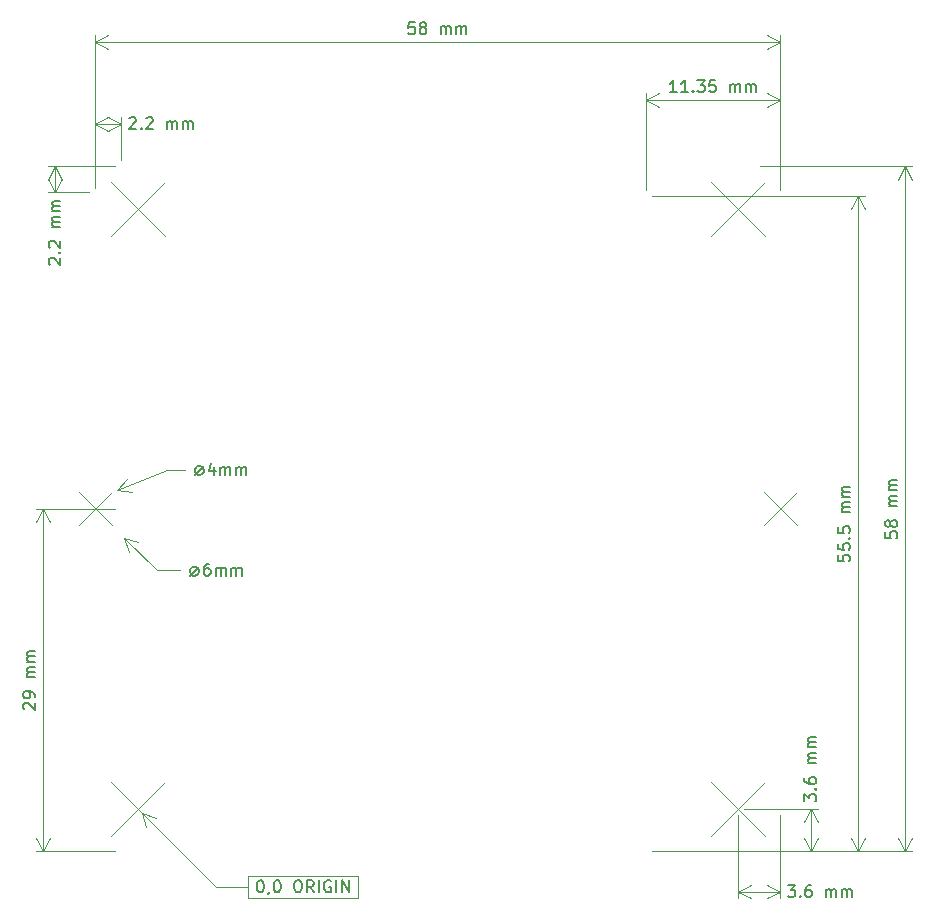
<source format=gbr>
%TF.GenerationSoftware,KiCad,Pcbnew,6.0.4-6f826c9f35~116~ubuntu18.04.1*%
%TF.CreationDate,2022-04-09T00:00:09+02:00*%
%TF.ProjectId,AE01.07.50.100,41453031-2e30-4372-9e35-302e3130302e,V1R0*%
%TF.SameCoordinates,PX9464480PY76a3180*%
%TF.FileFunction,OtherDrawing,Comment*%
%FSLAX46Y46*%
G04 Gerber Fmt 4.6, Leading zero omitted, Abs format (unit mm)*
G04 Created by KiCad (PCBNEW 6.0.4-6f826c9f35~116~ubuntu18.04.1) date 2022-04-09 00:00:09*
%MOMM*%
%LPD*%
G01*
G04 APERTURE LIST*
%ADD10C,0.150000*%
%ADD11C,0.100000*%
G04 APERTURE END LIST*
D10*
X4695238Y20509524D02*
X4885714Y20509524D01*
X5076190Y20414286D01*
X5171428Y20223810D01*
X5171428Y20033334D01*
X5076190Y19842858D01*
X4885714Y19747620D01*
X4695238Y19747620D01*
X4504761Y19842858D01*
X4409523Y20033334D01*
X4409523Y20223810D01*
X4504761Y20414286D01*
X4695238Y20509524D01*
X5171428Y20509524D02*
X4409523Y19747620D01*
X6076190Y20747620D02*
X5885714Y20747620D01*
X5790476Y20700000D01*
X5742857Y20652381D01*
X5647619Y20509524D01*
X5600000Y20319048D01*
X5600000Y19938096D01*
X5647619Y19842858D01*
X5695238Y19795239D01*
X5790476Y19747620D01*
X5980952Y19747620D01*
X6076190Y19795239D01*
X6123809Y19842858D01*
X6171428Y19938096D01*
X6171428Y20176191D01*
X6123809Y20271429D01*
X6076190Y20319048D01*
X5980952Y20366667D01*
X5790476Y20366667D01*
X5695238Y20319048D01*
X5647619Y20271429D01*
X5600000Y20176191D01*
X6600000Y19747620D02*
X6600000Y20414286D01*
X6600000Y20319048D02*
X6647619Y20366667D01*
X6742857Y20414286D01*
X6885714Y20414286D01*
X6980952Y20366667D01*
X7028571Y20271429D01*
X7028571Y19747620D01*
X7028571Y20271429D02*
X7076190Y20366667D01*
X7171428Y20414286D01*
X7314285Y20414286D01*
X7409523Y20366667D01*
X7457142Y20271429D01*
X7457142Y19747620D01*
X7933333Y19747620D02*
X7933333Y20414286D01*
X7933333Y20319048D02*
X7980952Y20366667D01*
X8076190Y20414286D01*
X8219047Y20414286D01*
X8314285Y20366667D01*
X8361904Y20271429D01*
X8361904Y19747620D01*
X8361904Y20271429D02*
X8409523Y20366667D01*
X8504761Y20414286D01*
X8647619Y20414286D01*
X8742857Y20366667D01*
X8790476Y20271429D01*
X8790476Y19747620D01*
D11*
X-1146447Y22946447D02*
X1600000Y20200000D01*
X-1146447Y22946447D02*
X-764551Y21735226D01*
X-1146447Y22946447D02*
X64774Y22564551D01*
X1600000Y20200000D02*
X3596429Y20200000D01*
D10*
X10333333Y-6052380D02*
X10428571Y-6052380D01*
X10523809Y-6100000D01*
X10571428Y-6147619D01*
X10619047Y-6242857D01*
X10666666Y-6433333D01*
X10666666Y-6671428D01*
X10619047Y-6861904D01*
X10571428Y-6957142D01*
X10523809Y-7004761D01*
X10428571Y-7052380D01*
X10333333Y-7052380D01*
X10238095Y-7004761D01*
X10190476Y-6957142D01*
X10142857Y-6861904D01*
X10095238Y-6671428D01*
X10095238Y-6433333D01*
X10142857Y-6242857D01*
X10190476Y-6147619D01*
X10238095Y-6100000D01*
X10333333Y-6052380D01*
X11142857Y-7004761D02*
X11142857Y-7052380D01*
X11095238Y-7147619D01*
X11047619Y-7195238D01*
X11761904Y-6052380D02*
X11857142Y-6052380D01*
X11952380Y-6100000D01*
X12000000Y-6147619D01*
X12047619Y-6242857D01*
X12095238Y-6433333D01*
X12095238Y-6671428D01*
X12047619Y-6861904D01*
X12000000Y-6957142D01*
X11952380Y-7004761D01*
X11857142Y-7052380D01*
X11761904Y-7052380D01*
X11666666Y-7004761D01*
X11619047Y-6957142D01*
X11571428Y-6861904D01*
X11523809Y-6671428D01*
X11523809Y-6433333D01*
X11571428Y-6242857D01*
X11619047Y-6147619D01*
X11666666Y-6100000D01*
X11761904Y-6052380D01*
X13476190Y-6052380D02*
X13666666Y-6052380D01*
X13761904Y-6100000D01*
X13857142Y-6195238D01*
X13904761Y-6385714D01*
X13904761Y-6719047D01*
X13857142Y-6909523D01*
X13761904Y-7004761D01*
X13666666Y-7052380D01*
X13476190Y-7052380D01*
X13380952Y-7004761D01*
X13285714Y-6909523D01*
X13238095Y-6719047D01*
X13238095Y-6385714D01*
X13285714Y-6195238D01*
X13380952Y-6100000D01*
X13476190Y-6052380D01*
X14904761Y-7052380D02*
X14571428Y-6576190D01*
X14333333Y-7052380D02*
X14333333Y-6052380D01*
X14714285Y-6052380D01*
X14809523Y-6100000D01*
X14857142Y-6147619D01*
X14904761Y-6242857D01*
X14904761Y-6385714D01*
X14857142Y-6480952D01*
X14809523Y-6528571D01*
X14714285Y-6576190D01*
X14333333Y-6576190D01*
X15333333Y-7052380D02*
X15333333Y-6052380D01*
X16333333Y-6100000D02*
X16238095Y-6052380D01*
X16095238Y-6052380D01*
X15952380Y-6100000D01*
X15857142Y-6195238D01*
X15809523Y-6290476D01*
X15761904Y-6480952D01*
X15761904Y-6623809D01*
X15809523Y-6814285D01*
X15857142Y-6909523D01*
X15952380Y-7004761D01*
X16095238Y-7052380D01*
X16190476Y-7052380D01*
X16333333Y-7004761D01*
X16380952Y-6957142D01*
X16380952Y-6623809D01*
X16190476Y-6623809D01*
X16809523Y-7052380D02*
X16809523Y-6052380D01*
X17285714Y-7052380D02*
X17285714Y-6052380D01*
X17857142Y-7052380D01*
X17857142Y-6052380D01*
D11*
X353553Y-353553D02*
X6600000Y-6600000D01*
X353553Y-353553D02*
X735449Y-1564774D01*
X353553Y-353553D02*
X1564774Y-735449D01*
X9329762Y-5682500D02*
X9329762Y-7517500D01*
X9329762Y-7517500D02*
X18670238Y-7517500D01*
X18670238Y-7517500D02*
X18670238Y-5682500D01*
X18670238Y-5682500D02*
X9329762Y-5682500D01*
X6600000Y-6600000D02*
X9329762Y-6600000D01*
D10*
X5095238Y29009524D02*
X5285714Y29009524D01*
X5476190Y28914286D01*
X5571428Y28723810D01*
X5571428Y28533334D01*
X5476190Y28342858D01*
X5285714Y28247620D01*
X5095238Y28247620D01*
X4904761Y28342858D01*
X4809523Y28533334D01*
X4809523Y28723810D01*
X4904761Y28914286D01*
X5095238Y29009524D01*
X5571428Y29009524D02*
X4809523Y28247620D01*
X6476190Y28914286D02*
X6476190Y28247620D01*
X6238095Y29295239D02*
X6000000Y28580953D01*
X6619047Y28580953D01*
X7000000Y28247620D02*
X7000000Y28914286D01*
X7000000Y28819048D02*
X7047619Y28866667D01*
X7142857Y28914286D01*
X7285714Y28914286D01*
X7380952Y28866667D01*
X7428571Y28771429D01*
X7428571Y28247620D01*
X7428571Y28771429D02*
X7476190Y28866667D01*
X7571428Y28914286D01*
X7714285Y28914286D01*
X7809523Y28866667D01*
X7857142Y28771429D01*
X7857142Y28247620D01*
X8333333Y28247620D02*
X8333333Y28914286D01*
X8333333Y28819048D02*
X8380952Y28866667D01*
X8476190Y28914286D01*
X8619047Y28914286D01*
X8714285Y28866667D01*
X8761904Y28771429D01*
X8761904Y28247620D01*
X8761904Y28771429D02*
X8809523Y28866667D01*
X8904761Y28914286D01*
X9047619Y28914286D01*
X9142857Y28866667D01*
X9190476Y28771429D01*
X9190476Y28247620D01*
D11*
X-1736445Y26987395D02*
X2500000Y28700000D01*
X-1736445Y26987395D02*
X-472268Y26865920D01*
X-1736445Y26987395D02*
X-911836Y27953273D01*
X2500000Y28700000D02*
X3996429Y28700000D01*
X-5000000Y26800000D02*
X-2200000Y24000000D01*
X-2200000Y26800000D02*
X-5000000Y24000000D01*
X48500000Y53100000D02*
X53100000Y48500000D01*
X53100000Y53100000D02*
X48500000Y48500000D01*
X-2300000Y-2300000D02*
X2300000Y2300000D01*
X-2300000Y2300000D02*
X2300000Y-2300000D01*
X48500000Y-2300000D02*
X53100000Y2300000D01*
X48500000Y2300000D02*
X53100000Y-2300000D01*
X55800000Y26800000D02*
X53000000Y24000000D01*
X55800000Y24000000D02*
X53000000Y26800000D01*
X-2300000Y48500000D02*
X2300000Y53100000D01*
X-2300000Y53100000D02*
X2300000Y48500000D01*
D10*
X23447619Y66597620D02*
X22971428Y66597620D01*
X22923809Y66121429D01*
X22971428Y66169048D01*
X23066666Y66216667D01*
X23304761Y66216667D01*
X23400000Y66169048D01*
X23447619Y66121429D01*
X23495238Y66026191D01*
X23495238Y65788096D01*
X23447619Y65692858D01*
X23400000Y65645239D01*
X23304761Y65597620D01*
X23066666Y65597620D01*
X22971428Y65645239D01*
X22923809Y65692858D01*
X24066666Y66169048D02*
X23971428Y66216667D01*
X23923809Y66264286D01*
X23876190Y66359524D01*
X23876190Y66407143D01*
X23923809Y66502381D01*
X23971428Y66550000D01*
X24066666Y66597620D01*
X24257142Y66597620D01*
X24352380Y66550000D01*
X24400000Y66502381D01*
X24447619Y66407143D01*
X24447619Y66359524D01*
X24400000Y66264286D01*
X24352380Y66216667D01*
X24257142Y66169048D01*
X24066666Y66169048D01*
X23971428Y66121429D01*
X23923809Y66073810D01*
X23876190Y65978572D01*
X23876190Y65788096D01*
X23923809Y65692858D01*
X23971428Y65645239D01*
X24066666Y65597620D01*
X24257142Y65597620D01*
X24352380Y65645239D01*
X24400000Y65692858D01*
X24447619Y65788096D01*
X24447619Y65978572D01*
X24400000Y66073810D01*
X24352380Y66121429D01*
X24257142Y66169048D01*
X25638095Y65597620D02*
X25638095Y66264286D01*
X25638095Y66169048D02*
X25685714Y66216667D01*
X25780952Y66264286D01*
X25923809Y66264286D01*
X26019047Y66216667D01*
X26066666Y66121429D01*
X26066666Y65597620D01*
X26066666Y66121429D02*
X26114285Y66216667D01*
X26209523Y66264286D01*
X26352380Y66264286D01*
X26447619Y66216667D01*
X26495238Y66121429D01*
X26495238Y65597620D01*
X26971428Y65597620D02*
X26971428Y66264286D01*
X26971428Y66169048D02*
X27019047Y66216667D01*
X27114285Y66264286D01*
X27257142Y66264286D01*
X27352380Y66216667D01*
X27400000Y66121429D01*
X27400000Y65597620D01*
X27400000Y66121429D02*
X27447619Y66216667D01*
X27542857Y66264286D01*
X27685714Y66264286D01*
X27780952Y66216667D01*
X27828571Y66121429D01*
X27828571Y65597620D01*
D11*
X54400000Y52600000D02*
X54400000Y65486420D01*
X-3600000Y65486420D02*
X-3600000Y52600000D01*
X54400000Y64900000D02*
X-3600000Y64900000D01*
X54400000Y64900000D02*
X-3600000Y64900000D01*
X54400000Y64900000D02*
X53273496Y65486421D01*
X54400000Y64900000D02*
X53273496Y64313579D01*
X-3600000Y64900000D02*
X-2473496Y64313579D01*
X-3600000Y64900000D02*
X-2473496Y65486421D01*
D10*
X45629761Y60697620D02*
X45058333Y60697620D01*
X45344047Y60697620D02*
X45344047Y61697620D01*
X45248809Y61554762D01*
X45153571Y61459524D01*
X45058333Y61411905D01*
X46582142Y60697620D02*
X46010714Y60697620D01*
X46296428Y60697620D02*
X46296428Y61697620D01*
X46201190Y61554762D01*
X46105952Y61459524D01*
X46010714Y61411905D01*
X47010714Y60792858D02*
X47058333Y60745239D01*
X47010714Y60697620D01*
X46963095Y60745239D01*
X47010714Y60792858D01*
X47010714Y60697620D01*
X47391666Y61697620D02*
X48010714Y61697620D01*
X47677380Y61316667D01*
X47820238Y61316667D01*
X47915476Y61269048D01*
X47963095Y61221429D01*
X48010714Y61126191D01*
X48010714Y60888096D01*
X47963095Y60792858D01*
X47915476Y60745239D01*
X47820238Y60697620D01*
X47534523Y60697620D01*
X47439285Y60745239D01*
X47391666Y60792858D01*
X48915476Y61697620D02*
X48439285Y61697620D01*
X48391666Y61221429D01*
X48439285Y61269048D01*
X48534523Y61316667D01*
X48772619Y61316667D01*
X48867857Y61269048D01*
X48915476Y61221429D01*
X48963095Y61126191D01*
X48963095Y60888096D01*
X48915476Y60792858D01*
X48867857Y60745239D01*
X48772619Y60697620D01*
X48534523Y60697620D01*
X48439285Y60745239D01*
X48391666Y60792858D01*
X50153571Y60697620D02*
X50153571Y61364286D01*
X50153571Y61269048D02*
X50201190Y61316667D01*
X50296428Y61364286D01*
X50439285Y61364286D01*
X50534523Y61316667D01*
X50582142Y61221429D01*
X50582142Y60697620D01*
X50582142Y61221429D02*
X50629761Y61316667D01*
X50725000Y61364286D01*
X50867857Y61364286D01*
X50963095Y61316667D01*
X51010714Y61221429D01*
X51010714Y60697620D01*
X51486904Y60697620D02*
X51486904Y61364286D01*
X51486904Y61269048D02*
X51534523Y61316667D01*
X51629761Y61364286D01*
X51772619Y61364286D01*
X51867857Y61316667D01*
X51915476Y61221429D01*
X51915476Y60697620D01*
X51915476Y61221429D02*
X51963095Y61316667D01*
X52058333Y61364286D01*
X52201190Y61364286D01*
X52296428Y61316667D01*
X52344047Y61221429D01*
X52344047Y60697620D01*
D11*
X43050000Y52400000D02*
X43050000Y60586420D01*
X54400000Y60586420D02*
X54400000Y52400000D01*
X43050000Y60000000D02*
X54400000Y60000000D01*
X43050000Y60000000D02*
X54400000Y60000000D01*
X43050000Y60000000D02*
X44176504Y59413579D01*
X43050000Y60000000D02*
X44176504Y60586421D01*
X54400000Y60000000D02*
X53273496Y60586421D01*
X54400000Y60000000D02*
X53273496Y59413579D01*
D10*
X56452380Y638096D02*
X56452380Y1257143D01*
X56833333Y923810D01*
X56833333Y1066667D01*
X56880952Y1161905D01*
X56928571Y1209524D01*
X57023809Y1257143D01*
X57261904Y1257143D01*
X57357142Y1209524D01*
X57404761Y1161905D01*
X57452380Y1066667D01*
X57452380Y780953D01*
X57404761Y685715D01*
X57357142Y638096D01*
X57357142Y1685715D02*
X57404761Y1733334D01*
X57452380Y1685715D01*
X57404761Y1638096D01*
X57357142Y1685715D01*
X57452380Y1685715D01*
X56452380Y2590477D02*
X56452380Y2400000D01*
X56500000Y2304762D01*
X56547619Y2257143D01*
X56690476Y2161905D01*
X56880952Y2114286D01*
X57261904Y2114286D01*
X57357142Y2161905D01*
X57404761Y2209524D01*
X57452380Y2304762D01*
X57452380Y2495239D01*
X57404761Y2590477D01*
X57357142Y2638096D01*
X57261904Y2685715D01*
X57023809Y2685715D01*
X56928571Y2638096D01*
X56880952Y2590477D01*
X56833333Y2495239D01*
X56833333Y2304762D01*
X56880952Y2209524D01*
X56928571Y2161905D01*
X57023809Y2114286D01*
X57452380Y3876191D02*
X56785714Y3876191D01*
X56880952Y3876191D02*
X56833333Y3923810D01*
X56785714Y4019048D01*
X56785714Y4161905D01*
X56833333Y4257143D01*
X56928571Y4304762D01*
X57452380Y4304762D01*
X56928571Y4304762D02*
X56833333Y4352381D01*
X56785714Y4447620D01*
X56785714Y4590477D01*
X56833333Y4685715D01*
X56928571Y4733334D01*
X57452380Y4733334D01*
X57452380Y5209524D02*
X56785714Y5209524D01*
X56880952Y5209524D02*
X56833333Y5257143D01*
X56785714Y5352381D01*
X56785714Y5495239D01*
X56833333Y5590477D01*
X56928571Y5638096D01*
X57452380Y5638096D01*
X56928571Y5638096D02*
X56833333Y5685715D01*
X56785714Y5780953D01*
X56785714Y5923810D01*
X56833333Y6019048D01*
X56928571Y6066667D01*
X57452380Y6066667D01*
D11*
X51300000Y0D02*
X57586420Y0D01*
X57586420Y-3600000D02*
X51300000Y-3600000D01*
X57000000Y-79762D02*
X57000000Y-3600000D01*
X57000000Y0D02*
X56413579Y-1126504D01*
X57000000Y0D02*
X57586421Y-1126504D01*
X57000000Y-3600000D02*
X57586421Y-2473496D01*
X57000000Y-3600000D02*
X56413579Y-2473496D01*
D10*
X-9602381Y8423810D02*
X-9650000Y8471429D01*
X-9697620Y8566667D01*
X-9697620Y8804762D01*
X-9650000Y8900000D01*
X-9602381Y8947620D01*
X-9507143Y8995239D01*
X-9411905Y8995239D01*
X-9269048Y8947620D01*
X-8697620Y8376191D01*
X-8697620Y8995239D01*
X-8697620Y9471429D02*
X-8697620Y9661905D01*
X-8745239Y9757143D01*
X-8792858Y9804762D01*
X-8935715Y9900000D01*
X-9126191Y9947620D01*
X-9507143Y9947620D01*
X-9602381Y9900000D01*
X-9650000Y9852381D01*
X-9697620Y9757143D01*
X-9697620Y9566667D01*
X-9650000Y9471429D01*
X-9602381Y9423810D01*
X-9507143Y9376191D01*
X-9269048Y9376191D01*
X-9173810Y9423810D01*
X-9126191Y9471429D01*
X-9078572Y9566667D01*
X-9078572Y9757143D01*
X-9126191Y9852381D01*
X-9173810Y9900000D01*
X-9269048Y9947620D01*
X-8697620Y11138096D02*
X-9364286Y11138096D01*
X-9269048Y11138096D02*
X-9316667Y11185715D01*
X-9364286Y11280953D01*
X-9364286Y11423810D01*
X-9316667Y11519048D01*
X-9221429Y11566667D01*
X-8697620Y11566667D01*
X-9221429Y11566667D02*
X-9316667Y11614286D01*
X-9364286Y11709524D01*
X-9364286Y11852381D01*
X-9316667Y11947620D01*
X-9221429Y11995239D01*
X-8697620Y11995239D01*
X-8697620Y12471429D02*
X-9364286Y12471429D01*
X-9269048Y12471429D02*
X-9316667Y12519048D01*
X-9364286Y12614286D01*
X-9364286Y12757143D01*
X-9316667Y12852381D01*
X-9221429Y12900000D01*
X-8697620Y12900000D01*
X-9221429Y12900000D02*
X-9316667Y12947620D01*
X-9364286Y13042858D01*
X-9364286Y13185715D01*
X-9316667Y13280953D01*
X-9221429Y13328572D01*
X-8697620Y13328572D01*
D11*
X-1900000Y-3600000D02*
X-8586420Y-3600000D01*
X-8586420Y25400000D02*
X-1900000Y25400000D01*
X-8000000Y-3600000D02*
X-8000000Y25400000D01*
X-8000000Y-3600000D02*
X-8000000Y25400000D01*
X-8000000Y-3600000D02*
X-7413579Y-2473496D01*
X-8000000Y-3600000D02*
X-8586421Y-2473496D01*
X-8000000Y25400000D02*
X-8586421Y24273496D01*
X-8000000Y25400000D02*
X-7413579Y24273496D01*
D10*
X-7452381Y46085715D02*
X-7500000Y46133334D01*
X-7547620Y46228572D01*
X-7547620Y46466667D01*
X-7500000Y46561905D01*
X-7452381Y46609524D01*
X-7357143Y46657143D01*
X-7261905Y46657143D01*
X-7119048Y46609524D01*
X-6547620Y46038096D01*
X-6547620Y46657143D01*
X-6642858Y47085715D02*
X-6595239Y47133334D01*
X-6547620Y47085715D01*
X-6595239Y47038096D01*
X-6642858Y47085715D01*
X-6547620Y47085715D01*
X-7452381Y47514286D02*
X-7500000Y47561905D01*
X-7547620Y47657143D01*
X-7547620Y47895239D01*
X-7500000Y47990477D01*
X-7452381Y48038096D01*
X-7357143Y48085715D01*
X-7261905Y48085715D01*
X-7119048Y48038096D01*
X-6547620Y47466667D01*
X-6547620Y48085715D01*
X-6547620Y49276191D02*
X-7214286Y49276191D01*
X-7119048Y49276191D02*
X-7166667Y49323810D01*
X-7214286Y49419048D01*
X-7214286Y49561905D01*
X-7166667Y49657143D01*
X-7071429Y49704762D01*
X-6547620Y49704762D01*
X-7071429Y49704762D02*
X-7166667Y49752381D01*
X-7214286Y49847620D01*
X-7214286Y49990477D01*
X-7166667Y50085715D01*
X-7071429Y50133334D01*
X-6547620Y50133334D01*
X-6547620Y50609524D02*
X-7214286Y50609524D01*
X-7119048Y50609524D02*
X-7166667Y50657143D01*
X-7214286Y50752381D01*
X-7214286Y50895239D01*
X-7166667Y50990477D01*
X-7071429Y51038096D01*
X-6547620Y51038096D01*
X-7071429Y51038096D02*
X-7166667Y51085715D01*
X-7214286Y51180953D01*
X-7214286Y51323810D01*
X-7166667Y51419048D01*
X-7071429Y51466667D01*
X-6547620Y51466667D01*
D11*
X-1900000Y54400000D02*
X-7586420Y54400000D01*
X-7586420Y52200000D02*
X-4100000Y52200000D01*
X-7000000Y54400000D02*
X-7000000Y52279762D01*
X-7000000Y54400000D02*
X-7586421Y53273496D01*
X-7000000Y54400000D02*
X-6413579Y53273496D01*
X-7000000Y52200000D02*
X-6413579Y53326504D01*
X-7000000Y52200000D02*
X-7586421Y53326504D01*
D10*
X-714286Y58452381D02*
X-666667Y58500000D01*
X-571429Y58547620D01*
X-333334Y58547620D01*
X-238096Y58500000D01*
X-190477Y58452381D01*
X-142858Y58357143D01*
X-142858Y58261905D01*
X-190477Y58119048D01*
X-761905Y57547620D01*
X-142858Y57547620D01*
X285714Y57642858D02*
X333333Y57595239D01*
X285714Y57547620D01*
X238095Y57595239D01*
X285714Y57642858D01*
X285714Y57547620D01*
X714285Y58452381D02*
X761904Y58500000D01*
X857142Y58547620D01*
X1095238Y58547620D01*
X1190476Y58500000D01*
X1238095Y58452381D01*
X1285714Y58357143D01*
X1285714Y58261905D01*
X1238095Y58119048D01*
X666666Y57547620D01*
X1285714Y57547620D01*
X2476190Y57547620D02*
X2476190Y58214286D01*
X2476190Y58119048D02*
X2523809Y58166667D01*
X2619047Y58214286D01*
X2761904Y58214286D01*
X2857142Y58166667D01*
X2904761Y58071429D01*
X2904761Y57547620D01*
X2904761Y58071429D02*
X2952380Y58166667D01*
X3047619Y58214286D01*
X3190476Y58214286D01*
X3285714Y58166667D01*
X3333333Y58071429D01*
X3333333Y57547620D01*
X3809523Y57547620D02*
X3809523Y58214286D01*
X3809523Y58119048D02*
X3857142Y58166667D01*
X3952380Y58214286D01*
X4095238Y58214286D01*
X4190476Y58166667D01*
X4238095Y58071429D01*
X4238095Y57547620D01*
X4238095Y58071429D02*
X4285714Y58166667D01*
X4380952Y58214286D01*
X4523809Y58214286D01*
X4619047Y58166667D01*
X4666666Y58071429D01*
X4666666Y57547620D01*
D11*
X-3600000Y52700000D02*
X-3600000Y58586420D01*
X-1400000Y58586420D02*
X-1400000Y54900000D01*
X-3600000Y58000000D02*
X-1479762Y58000000D01*
X-3600000Y58000000D02*
X-2473496Y57413579D01*
X-3600000Y58000000D02*
X-2473496Y58586421D01*
X-1400000Y58000000D02*
X-2526504Y58586421D01*
X-1400000Y58000000D02*
X-2526504Y57413579D01*
D10*
X63302380Y23447620D02*
X63302380Y22971429D01*
X63778571Y22923810D01*
X63730952Y22971429D01*
X63683333Y23066667D01*
X63683333Y23304762D01*
X63730952Y23400000D01*
X63778571Y23447620D01*
X63873809Y23495239D01*
X64111904Y23495239D01*
X64207142Y23447620D01*
X64254761Y23400000D01*
X64302380Y23304762D01*
X64302380Y23066667D01*
X64254761Y22971429D01*
X64207142Y22923810D01*
X63730952Y24066667D02*
X63683333Y23971429D01*
X63635714Y23923810D01*
X63540476Y23876191D01*
X63492857Y23876191D01*
X63397619Y23923810D01*
X63350000Y23971429D01*
X63302380Y24066667D01*
X63302380Y24257143D01*
X63350000Y24352381D01*
X63397619Y24400000D01*
X63492857Y24447620D01*
X63540476Y24447620D01*
X63635714Y24400000D01*
X63683333Y24352381D01*
X63730952Y24257143D01*
X63730952Y24066667D01*
X63778571Y23971429D01*
X63826190Y23923810D01*
X63921428Y23876191D01*
X64111904Y23876191D01*
X64207142Y23923810D01*
X64254761Y23971429D01*
X64302380Y24066667D01*
X64302380Y24257143D01*
X64254761Y24352381D01*
X64207142Y24400000D01*
X64111904Y24447620D01*
X63921428Y24447620D01*
X63826190Y24400000D01*
X63778571Y24352381D01*
X63730952Y24257143D01*
X64302380Y25638096D02*
X63635714Y25638096D01*
X63730952Y25638096D02*
X63683333Y25685715D01*
X63635714Y25780953D01*
X63635714Y25923810D01*
X63683333Y26019048D01*
X63778571Y26066667D01*
X64302380Y26066667D01*
X63778571Y26066667D02*
X63683333Y26114286D01*
X63635714Y26209524D01*
X63635714Y26352381D01*
X63683333Y26447620D01*
X63778571Y26495239D01*
X64302380Y26495239D01*
X64302380Y26971429D02*
X63635714Y26971429D01*
X63730952Y26971429D02*
X63683333Y27019048D01*
X63635714Y27114286D01*
X63635714Y27257143D01*
X63683333Y27352381D01*
X63778571Y27400000D01*
X64302380Y27400000D01*
X63778571Y27400000D02*
X63683333Y27447620D01*
X63635714Y27542858D01*
X63635714Y27685715D01*
X63683333Y27780953D01*
X63778571Y27828572D01*
X64302380Y27828572D01*
D11*
X52700000Y-3600000D02*
X65586420Y-3600000D01*
X65586420Y54400000D02*
X52700000Y54400000D01*
X65000000Y-3600000D02*
X65000000Y54400000D01*
X65000000Y-3600000D02*
X65000000Y54400000D01*
X65000000Y-3600000D02*
X65586421Y-2473496D01*
X65000000Y-3600000D02*
X64413579Y-2473496D01*
X65000000Y54400000D02*
X64413579Y53273496D01*
X65000000Y54400000D02*
X65586421Y53273496D01*
D10*
X59302380Y21483334D02*
X59302380Y21007143D01*
X59778571Y20959524D01*
X59730952Y21007143D01*
X59683333Y21102381D01*
X59683333Y21340477D01*
X59730952Y21435715D01*
X59778571Y21483334D01*
X59873809Y21530953D01*
X60111904Y21530953D01*
X60207142Y21483334D01*
X60254761Y21435715D01*
X60302380Y21340477D01*
X60302380Y21102381D01*
X60254761Y21007143D01*
X60207142Y20959524D01*
X59302380Y22435715D02*
X59302380Y21959524D01*
X59778571Y21911905D01*
X59730952Y21959524D01*
X59683333Y22054762D01*
X59683333Y22292858D01*
X59730952Y22388096D01*
X59778571Y22435715D01*
X59873809Y22483334D01*
X60111904Y22483334D01*
X60207142Y22435715D01*
X60254761Y22388096D01*
X60302380Y22292858D01*
X60302380Y22054762D01*
X60254761Y21959524D01*
X60207142Y21911905D01*
X60207142Y22911905D02*
X60254761Y22959524D01*
X60302380Y22911905D01*
X60254761Y22864286D01*
X60207142Y22911905D01*
X60302380Y22911905D01*
X59302380Y23864286D02*
X59302380Y23388096D01*
X59778571Y23340477D01*
X59730952Y23388096D01*
X59683333Y23483334D01*
X59683333Y23721429D01*
X59730952Y23816667D01*
X59778571Y23864286D01*
X59873809Y23911905D01*
X60111904Y23911905D01*
X60207142Y23864286D01*
X60254761Y23816667D01*
X60302380Y23721429D01*
X60302380Y23483334D01*
X60254761Y23388096D01*
X60207142Y23340477D01*
X60302380Y25102381D02*
X59635714Y25102381D01*
X59730952Y25102381D02*
X59683333Y25150000D01*
X59635714Y25245239D01*
X59635714Y25388096D01*
X59683333Y25483334D01*
X59778571Y25530953D01*
X60302380Y25530953D01*
X59778571Y25530953D02*
X59683333Y25578572D01*
X59635714Y25673810D01*
X59635714Y25816667D01*
X59683333Y25911905D01*
X59778571Y25959524D01*
X60302380Y25959524D01*
X60302380Y26435715D02*
X59635714Y26435715D01*
X59730952Y26435715D02*
X59683333Y26483334D01*
X59635714Y26578572D01*
X59635714Y26721429D01*
X59683333Y26816667D01*
X59778571Y26864286D01*
X60302380Y26864286D01*
X59778571Y26864286D02*
X59683333Y26911905D01*
X59635714Y27007143D01*
X59635714Y27150000D01*
X59683333Y27245239D01*
X59778571Y27292858D01*
X60302380Y27292858D01*
D11*
X43550000Y51900000D02*
X61586420Y51900000D01*
X61586420Y-3600000D02*
X43550000Y-3600000D01*
X61000000Y51900000D02*
X61000000Y-3600000D01*
X61000000Y51900000D02*
X61000000Y-3600000D01*
X61000000Y51900000D02*
X60413579Y50773496D01*
X61000000Y51900000D02*
X61586421Y50773496D01*
X61000000Y-3600000D02*
X61586421Y-2473496D01*
X61000000Y-3600000D02*
X60413579Y-2473496D01*
D10*
X55038095Y-6452380D02*
X55657142Y-6452380D01*
X55323809Y-6833333D01*
X55466666Y-6833333D01*
X55561904Y-6880952D01*
X55609523Y-6928571D01*
X55657142Y-7023809D01*
X55657142Y-7261904D01*
X55609523Y-7357142D01*
X55561904Y-7404761D01*
X55466666Y-7452380D01*
X55180952Y-7452380D01*
X55085714Y-7404761D01*
X55038095Y-7357142D01*
X56085714Y-7357142D02*
X56133333Y-7404761D01*
X56085714Y-7452380D01*
X56038095Y-7404761D01*
X56085714Y-7357142D01*
X56085714Y-7452380D01*
X56990476Y-6452380D02*
X56800000Y-6452380D01*
X56704761Y-6500000D01*
X56657142Y-6547619D01*
X56561904Y-6690476D01*
X56514285Y-6880952D01*
X56514285Y-7261904D01*
X56561904Y-7357142D01*
X56609523Y-7404761D01*
X56704761Y-7452380D01*
X56895238Y-7452380D01*
X56990476Y-7404761D01*
X57038095Y-7357142D01*
X57085714Y-7261904D01*
X57085714Y-7023809D01*
X57038095Y-6928571D01*
X56990476Y-6880952D01*
X56895238Y-6833333D01*
X56704761Y-6833333D01*
X56609523Y-6880952D01*
X56561904Y-6928571D01*
X56514285Y-7023809D01*
X58276190Y-7452380D02*
X58276190Y-6785714D01*
X58276190Y-6880952D02*
X58323809Y-6833333D01*
X58419047Y-6785714D01*
X58561904Y-6785714D01*
X58657142Y-6833333D01*
X58704761Y-6928571D01*
X58704761Y-7452380D01*
X58704761Y-6928571D02*
X58752380Y-6833333D01*
X58847619Y-6785714D01*
X58990476Y-6785714D01*
X59085714Y-6833333D01*
X59133333Y-6928571D01*
X59133333Y-7452380D01*
X59609523Y-7452380D02*
X59609523Y-6785714D01*
X59609523Y-6880952D02*
X59657142Y-6833333D01*
X59752380Y-6785714D01*
X59895238Y-6785714D01*
X59990476Y-6833333D01*
X60038095Y-6928571D01*
X60038095Y-7452380D01*
X60038095Y-6928571D02*
X60085714Y-6833333D01*
X60180952Y-6785714D01*
X60323809Y-6785714D01*
X60419047Y-6833333D01*
X60466666Y-6928571D01*
X60466666Y-7452380D01*
D11*
X50800000Y-500000D02*
X50800000Y-7586420D01*
X54400000Y-7586420D02*
X54400000Y-500000D01*
X50800000Y-7000000D02*
X54320238Y-7000000D01*
X50800000Y-7000000D02*
X51926504Y-7586421D01*
X50800000Y-7000000D02*
X51926504Y-6413579D01*
X54400000Y-7000000D02*
X53273496Y-6413579D01*
X54400000Y-7000000D02*
X53273496Y-7586421D01*
M02*

</source>
